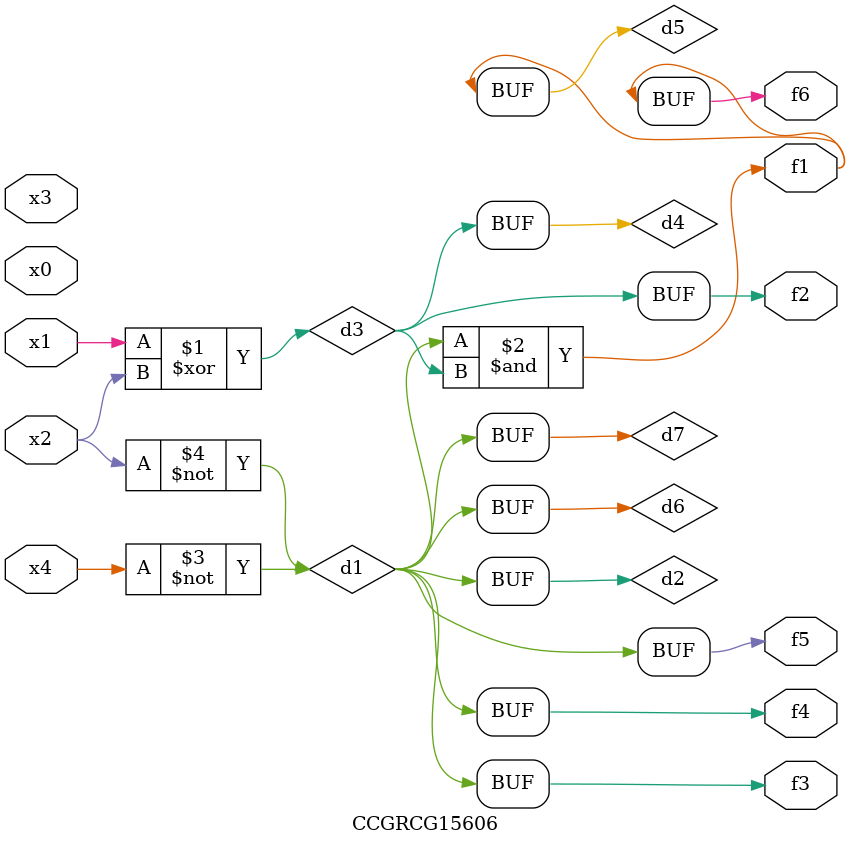
<source format=v>
module CCGRCG15606(
	input x0, x1, x2, x3, x4,
	output f1, f2, f3, f4, f5, f6
);

	wire d1, d2, d3, d4, d5, d6, d7;

	not (d1, x4);
	not (d2, x2);
	xor (d3, x1, x2);
	buf (d4, d3);
	and (d5, d1, d3);
	buf (d6, d1, d2);
	buf (d7, d2);
	assign f1 = d5;
	assign f2 = d4;
	assign f3 = d7;
	assign f4 = d7;
	assign f5 = d7;
	assign f6 = d5;
endmodule

</source>
